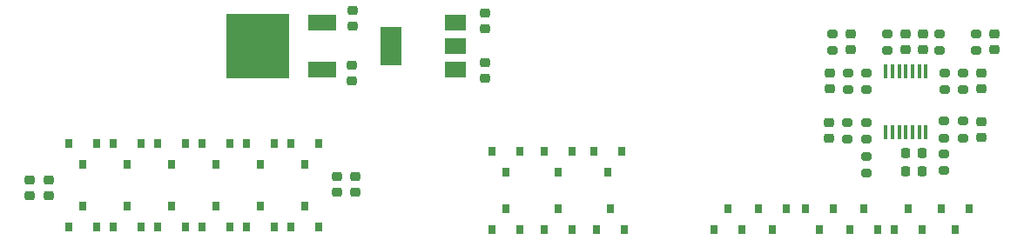
<source format=gbr>
%TF.GenerationSoftware,KiCad,Pcbnew,(6.0.10)*%
%TF.CreationDate,2023-01-12T16:12:03-05:00*%
%TF.ProjectId,power_mini_evolver,706f7765-725f-46d6-996e-695f65766f6c,rev?*%
%TF.SameCoordinates,Original*%
%TF.FileFunction,Paste,Top*%
%TF.FilePolarity,Positive*%
%FSLAX46Y46*%
G04 Gerber Fmt 4.6, Leading zero omitted, Abs format (unit mm)*
G04 Created by KiCad (PCBNEW (6.0.10)) date 2023-01-12 16:12:03*
%MOMM*%
%LPD*%
G01*
G04 APERTURE LIST*
G04 Aperture macros list*
%AMRoundRect*
0 Rectangle with rounded corners*
0 $1 Rounding radius*
0 $2 $3 $4 $5 $6 $7 $8 $9 X,Y pos of 4 corners*
0 Add a 4 corners polygon primitive as box body*
4,1,4,$2,$3,$4,$5,$6,$7,$8,$9,$2,$3,0*
0 Add four circle primitives for the rounded corners*
1,1,$1+$1,$2,$3*
1,1,$1+$1,$4,$5*
1,1,$1+$1,$6,$7*
1,1,$1+$1,$8,$9*
0 Add four rect primitives between the rounded corners*
20,1,$1+$1,$2,$3,$4,$5,0*
20,1,$1+$1,$4,$5,$6,$7,0*
20,1,$1+$1,$6,$7,$8,$9,0*
20,1,$1+$1,$8,$9,$2,$3,0*%
G04 Aperture macros list end*
%ADD10R,0.800000X0.900000*%
%ADD11RoundRect,0.225000X-0.250000X0.225000X-0.250000X-0.225000X0.250000X-0.225000X0.250000X0.225000X0*%
%ADD12RoundRect,0.225000X0.225000X0.250000X-0.225000X0.250000X-0.225000X-0.250000X0.225000X-0.250000X0*%
%ADD13RoundRect,0.200000X-0.275000X0.200000X-0.275000X-0.200000X0.275000X-0.200000X0.275000X0.200000X0*%
%ADD14RoundRect,0.200000X0.275000X-0.200000X0.275000X0.200000X-0.275000X0.200000X-0.275000X-0.200000X0*%
%ADD15R,2.800000X1.500000*%
%ADD16R,6.100000X6.300000*%
%ADD17R,2.000000X1.500000*%
%ADD18R,2.000000X3.800000*%
%ADD19RoundRect,0.225000X0.250000X-0.225000X0.250000X0.225000X-0.250000X0.225000X-0.250000X-0.225000X0*%
%ADD20RoundRect,0.225000X-0.225000X-0.250000X0.225000X-0.250000X0.225000X0.250000X-0.225000X0.250000X0*%
%ADD21R,0.450000X1.450000*%
G04 APERTURE END LIST*
D10*
%TO.C,D10*%
X110998000Y-100346000D03*
X112348000Y-102346000D03*
X109648000Y-102346000D03*
%TD*%
%TO.C,D9*%
X134874000Y-100600000D03*
X136224000Y-102600000D03*
X133524000Y-102600000D03*
%TD*%
%TO.C,D8*%
X169672000Y-100600000D03*
X171022000Y-102600000D03*
X168322000Y-102600000D03*
%TD*%
%TO.C,D7*%
X106680000Y-100346000D03*
X108030000Y-102346000D03*
X105330000Y-102346000D03*
%TD*%
%TO.C,D6*%
X139954000Y-100600000D03*
X141304000Y-102600000D03*
X138604000Y-102600000D03*
%TD*%
%TO.C,D4*%
X173990000Y-100600000D03*
X175340000Y-102600000D03*
X172640000Y-102600000D03*
%TD*%
%TO.C,D3*%
X98044000Y-100346000D03*
X99394000Y-102346000D03*
X96694000Y-102346000D03*
%TD*%
%TO.C,D2*%
X93726000Y-100346000D03*
X95076000Y-102346000D03*
X92376000Y-102346000D03*
%TD*%
%TO.C,D1*%
X145034000Y-100600000D03*
X146384000Y-102600000D03*
X143684000Y-102600000D03*
%TD*%
D11*
%TO.C,C14*%
X119913400Y-81267000D03*
X119913400Y-82817000D03*
%TD*%
%TO.C,C7*%
X166370000Y-87363000D03*
X166370000Y-88913000D03*
%TD*%
%TO.C,C6*%
X181102000Y-87363000D03*
X181102000Y-88913000D03*
%TD*%
%TO.C,C5*%
X118414800Y-97396000D03*
X118414800Y-98946000D03*
%TD*%
%TO.C,C3*%
X181102000Y-92062000D03*
X181102000Y-93612000D03*
%TD*%
D12*
%TO.C,C1*%
X175273000Y-96901000D03*
X173723000Y-96901000D03*
%TD*%
D10*
%TO.C,Q4*%
X179912000Y-100600000D03*
X177212000Y-100600000D03*
X178562000Y-102600000D03*
%TD*%
%TO.C,D12*%
X115316000Y-100346000D03*
X116666000Y-102346000D03*
X113966000Y-102346000D03*
%TD*%
%TO.C,Q3*%
X99394000Y-94250000D03*
X96694000Y-94250000D03*
X98044000Y-96250000D03*
%TD*%
%TO.C,Q2*%
X95076000Y-94250000D03*
X92376000Y-94250000D03*
X93726000Y-96250000D03*
%TD*%
%TO.C,Q1*%
X146130000Y-95012000D03*
X143430000Y-95012000D03*
X144780000Y-97012000D03*
%TD*%
%TO.C,D11*%
X156464000Y-100600000D03*
X157814000Y-102600000D03*
X155114000Y-102600000D03*
%TD*%
%TO.C,Q6*%
X141304000Y-95012000D03*
X138604000Y-95012000D03*
X139954000Y-97012000D03*
%TD*%
%TO.C,Q5*%
X103712000Y-94250000D03*
X101012000Y-94250000D03*
X102362000Y-96250000D03*
%TD*%
D13*
%TO.C,R13*%
X179324000Y-87313000D03*
X179324000Y-88963000D03*
%TD*%
%TO.C,R10*%
X179324000Y-92012000D03*
X179324000Y-93662000D03*
%TD*%
%TO.C,R9*%
X168046400Y-92139000D03*
X168046400Y-93789000D03*
%TD*%
D14*
%TO.C,R6*%
X166624000Y-85153000D03*
X166624000Y-83503000D03*
%TD*%
%TO.C,R5*%
X177038000Y-85153000D03*
X177038000Y-83503000D03*
%TD*%
D13*
%TO.C,R4*%
X171958000Y-83503000D03*
X171958000Y-85153000D03*
%TD*%
%TO.C,R2*%
X177419000Y-95187000D03*
X177419000Y-96837000D03*
%TD*%
%TO.C,R1*%
X169926000Y-95441000D03*
X169926000Y-97091000D03*
%TD*%
D10*
%TO.C,Q12*%
X116666000Y-94250000D03*
X113966000Y-94250000D03*
X115316000Y-96250000D03*
%TD*%
%TO.C,Q9*%
X136224000Y-95012000D03*
X133524000Y-95012000D03*
X134874000Y-97012000D03*
%TD*%
%TO.C,Q7*%
X108030000Y-94250000D03*
X105330000Y-94250000D03*
X106680000Y-96250000D03*
%TD*%
D15*
%TO.C,U4*%
X116994000Y-86969600D03*
X116994000Y-82397600D03*
D16*
X110744000Y-84683600D03*
%TD*%
D17*
%TO.C,U3*%
X129964600Y-87009000D03*
X129964600Y-84709000D03*
D18*
X123664600Y-84709000D03*
D17*
X129964600Y-82409000D03*
%TD*%
D11*
%TO.C,C13*%
X132842000Y-81521000D03*
X132842000Y-83071000D03*
%TD*%
D19*
%TO.C,C11*%
X132842000Y-87897000D03*
X132842000Y-86347000D03*
%TD*%
%TO.C,C10*%
X119888000Y-88151000D03*
X119888000Y-86601000D03*
%TD*%
D14*
%TO.C,R7*%
X169926000Y-93789000D03*
X169926000Y-92139000D03*
%TD*%
D13*
%TO.C,R3*%
X180594000Y-83503000D03*
X180594000Y-85153000D03*
%TD*%
D11*
%TO.C,C8*%
X120150468Y-97396000D03*
X120150468Y-98946000D03*
%TD*%
D20*
%TO.C,C2*%
X173723000Y-95123000D03*
X175273000Y-95123000D03*
%TD*%
D11*
%TO.C,C4*%
X166268400Y-92189000D03*
X166268400Y-93739000D03*
%TD*%
D13*
%TO.C,R14*%
X168148000Y-87313000D03*
X168148000Y-88963000D03*
%TD*%
%TO.C,R11*%
X169926000Y-87313000D03*
X169926000Y-88963000D03*
%TD*%
%TO.C,R12*%
X177546000Y-87313000D03*
X177546000Y-88963000D03*
%TD*%
D19*
%TO.C,C16*%
X182372000Y-85103000D03*
X182372000Y-83553000D03*
%TD*%
%TO.C,C18*%
X175387000Y-85103000D03*
X175387000Y-83553000D03*
%TD*%
D10*
%TO.C,D5*%
X102362000Y-100346000D03*
X103712000Y-102346000D03*
X101012000Y-102346000D03*
%TD*%
%TO.C,Q11*%
X162132000Y-100600000D03*
X159432000Y-100600000D03*
X160782000Y-102600000D03*
%TD*%
%TO.C,Q8*%
X166704000Y-100600000D03*
X164004000Y-100600000D03*
X165354000Y-102600000D03*
%TD*%
D19*
%TO.C,C19*%
X168402000Y-85103000D03*
X168402000Y-83553000D03*
%TD*%
D10*
%TO.C,Q10*%
X112348000Y-94250000D03*
X109648000Y-94250000D03*
X110998000Y-96250000D03*
%TD*%
D11*
%TO.C,C9*%
X88493600Y-97777000D03*
X88493600Y-99327000D03*
%TD*%
%TO.C,C12*%
X90424000Y-97777000D03*
X90424000Y-99327000D03*
%TD*%
D19*
%TO.C,C17*%
X173736000Y-85103000D03*
X173736000Y-83553000D03*
%TD*%
D21*
%TO.C,U1*%
X171786000Y-93120000D03*
X172436000Y-93120000D03*
X173086000Y-93120000D03*
X173736000Y-93120000D03*
X174386000Y-93120000D03*
X175036000Y-93120000D03*
X175686000Y-93120000D03*
X175686000Y-87220000D03*
X175036000Y-87220000D03*
X174386000Y-87220000D03*
X173736000Y-87220000D03*
X173086000Y-87220000D03*
X172436000Y-87220000D03*
X171786000Y-87220000D03*
%TD*%
D14*
%TO.C,R8*%
X177444400Y-93662000D03*
X177444400Y-92012000D03*
%TD*%
M02*

</source>
